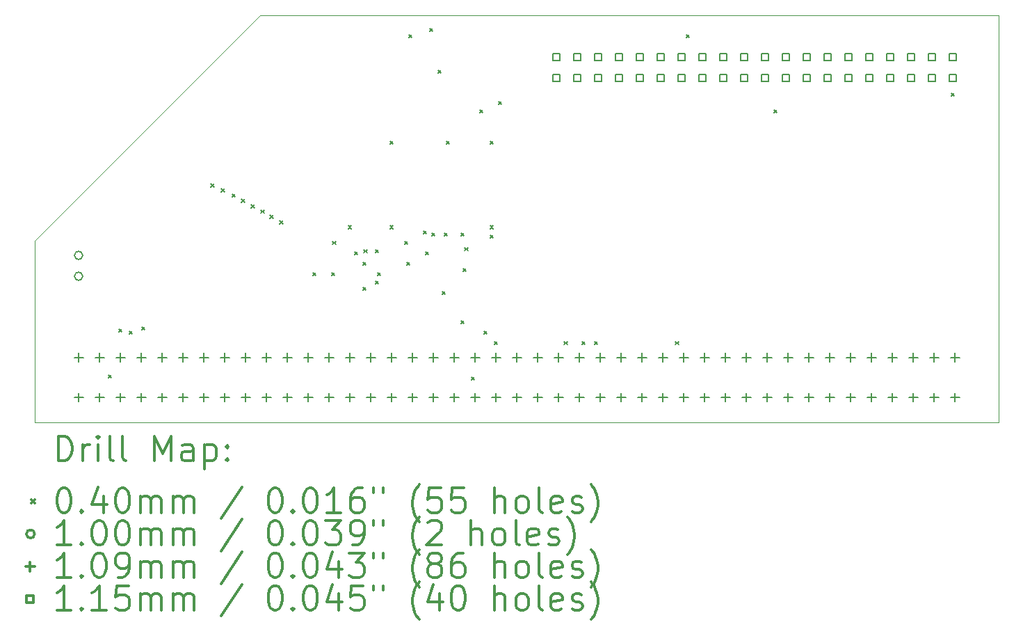
<source format=gbr>
%FSLAX45Y45*%
G04 Gerber Fmt 4.5, Leading zero omitted, Abs format (unit mm)*
G04 Created by KiCad (PCBNEW (5.1.6)-1) date 2022-03-09 09:08:43*
%MOMM*%
%LPD*%
G01*
G04 APERTURE LIST*
%TA.AperFunction,Profile*%
%ADD10C,0.050000*%
%TD*%
%ADD11C,0.200000*%
%ADD12C,0.300000*%
G04 APERTURE END LIST*
D10*
X20624800Y-5689600D02*
X20624800Y-5816600D01*
X11633200Y-5689600D02*
X20624800Y-5689600D01*
X8890000Y-8432800D02*
X11633200Y-5689600D01*
X8890000Y-10642600D02*
X8890000Y-8432800D01*
X20624800Y-10642600D02*
X8890000Y-10642600D01*
X20624800Y-5816600D02*
X20624800Y-10642600D01*
D11*
X9784400Y-10063800D02*
X9824400Y-10103800D01*
X9824400Y-10063800D02*
X9784400Y-10103800D01*
X9911400Y-9505000D02*
X9951400Y-9545000D01*
X9951400Y-9505000D02*
X9911400Y-9545000D01*
X10038400Y-9530400D02*
X10078400Y-9570400D01*
X10078400Y-9530400D02*
X10038400Y-9570400D01*
X10190800Y-9479600D02*
X10230800Y-9519600D01*
X10230800Y-9479600D02*
X10190800Y-9519600D01*
X11034890Y-7740699D02*
X11074890Y-7780699D01*
X11074890Y-7740699D02*
X11034890Y-7780699D01*
X11162249Y-7800915D02*
X11202249Y-7840915D01*
X11202249Y-7800915D02*
X11162249Y-7840915D01*
X11292416Y-7863416D02*
X11332416Y-7903416D01*
X11332416Y-7863416D02*
X11292416Y-7903416D01*
X11408260Y-7928460D02*
X11448260Y-7968460D01*
X11448260Y-7928460D02*
X11408260Y-7968460D01*
X11524104Y-7993504D02*
X11564104Y-8033504D01*
X11564104Y-7993504D02*
X11524104Y-8033504D01*
X11639949Y-8058549D02*
X11679949Y-8098549D01*
X11679949Y-8058549D02*
X11639949Y-8098549D01*
X11755793Y-8123593D02*
X11795793Y-8163593D01*
X11795793Y-8123593D02*
X11755793Y-8163593D01*
X11871637Y-8188637D02*
X11911637Y-8228637D01*
X11911637Y-8188637D02*
X11871637Y-8228637D01*
X12273600Y-8819200D02*
X12313600Y-8859200D01*
X12313600Y-8819200D02*
X12273600Y-8859200D01*
X12502200Y-8819200D02*
X12542200Y-8859200D01*
X12542200Y-8819200D02*
X12502200Y-8859200D01*
X12513900Y-8438200D02*
X12553900Y-8478200D01*
X12553900Y-8438200D02*
X12513900Y-8478200D01*
X12705400Y-8247700D02*
X12745400Y-8287700D01*
X12745400Y-8247700D02*
X12705400Y-8287700D01*
X12781600Y-8565200D02*
X12821600Y-8605200D01*
X12821600Y-8565200D02*
X12781600Y-8605200D01*
X12883200Y-8692200D02*
X12923200Y-8732200D01*
X12923200Y-8692200D02*
X12883200Y-8732200D01*
X12883200Y-8997000D02*
X12923200Y-9037000D01*
X12923200Y-8997000D02*
X12883200Y-9037000D01*
X12896900Y-8539800D02*
X12936900Y-8579800D01*
X12936900Y-8539800D02*
X12896900Y-8579800D01*
X13035600Y-8539800D02*
X13075600Y-8579800D01*
X13075600Y-8539800D02*
X13035600Y-8579800D01*
X13035600Y-8920800D02*
X13075600Y-8960800D01*
X13075600Y-8920800D02*
X13035600Y-8960800D01*
X13061000Y-8819200D02*
X13101000Y-8859200D01*
X13101000Y-8819200D02*
X13061000Y-8859200D01*
X13213400Y-7219000D02*
X13253400Y-7259000D01*
X13253400Y-7219000D02*
X13213400Y-7259000D01*
X13213400Y-8246700D02*
X13253400Y-8286700D01*
X13253400Y-8246700D02*
X13213400Y-8286700D01*
X13391200Y-8438200D02*
X13431200Y-8478200D01*
X13431200Y-8438200D02*
X13391200Y-8478200D01*
X13416600Y-8692200D02*
X13456600Y-8732200D01*
X13456600Y-8692200D02*
X13416600Y-8732200D01*
X13442000Y-5923600D02*
X13482000Y-5963600D01*
X13482000Y-5923600D02*
X13442000Y-5963600D01*
X13619800Y-8311200D02*
X13659800Y-8351200D01*
X13659800Y-8311200D02*
X13619800Y-8351200D01*
X13645200Y-8565200D02*
X13685200Y-8605200D01*
X13685200Y-8565200D02*
X13645200Y-8605200D01*
X13696000Y-5847400D02*
X13736000Y-5887400D01*
X13736000Y-5847400D02*
X13696000Y-5887400D01*
X13721400Y-8336600D02*
X13761400Y-8376600D01*
X13761400Y-8336600D02*
X13721400Y-8376600D01*
X13797600Y-6355400D02*
X13837600Y-6395400D01*
X13837600Y-6355400D02*
X13797600Y-6395400D01*
X13848400Y-9047800D02*
X13888400Y-9087800D01*
X13888400Y-9047800D02*
X13848400Y-9087800D01*
X13873800Y-8336600D02*
X13913800Y-8376600D01*
X13913800Y-8336600D02*
X13873800Y-8376600D01*
X13899200Y-7219000D02*
X13939200Y-7259000D01*
X13939200Y-7219000D02*
X13899200Y-7259000D01*
X14077000Y-8336600D02*
X14117000Y-8376600D01*
X14117000Y-8336600D02*
X14077000Y-8376600D01*
X14077000Y-9403400D02*
X14117000Y-9443400D01*
X14117000Y-9403400D02*
X14077000Y-9443400D01*
X14102400Y-8768400D02*
X14142400Y-8808400D01*
X14142400Y-8768400D02*
X14102400Y-8808400D01*
X14121899Y-8514400D02*
X14161899Y-8554400D01*
X14161899Y-8514400D02*
X14121899Y-8554400D01*
X14204000Y-10089200D02*
X14244000Y-10129200D01*
X14244000Y-10089200D02*
X14204000Y-10129200D01*
X14305600Y-6838000D02*
X14345600Y-6878000D01*
X14345600Y-6838000D02*
X14305600Y-6878000D01*
X14356400Y-9530400D02*
X14396400Y-9570400D01*
X14396400Y-9530400D02*
X14356400Y-9570400D01*
X14432600Y-7219000D02*
X14472600Y-7259000D01*
X14472600Y-7219000D02*
X14432600Y-7259000D01*
X14432600Y-8246700D02*
X14472600Y-8286700D01*
X14472600Y-8246700D02*
X14432600Y-8286700D01*
X14432600Y-8362000D02*
X14472600Y-8402000D01*
X14472600Y-8362000D02*
X14432600Y-8402000D01*
X14483400Y-9657400D02*
X14523400Y-9697400D01*
X14523400Y-9657400D02*
X14483400Y-9697400D01*
X14534200Y-6736400D02*
X14574200Y-6776400D01*
X14574200Y-6736400D02*
X14534200Y-6776400D01*
X15334300Y-9657400D02*
X15374300Y-9697400D01*
X15374300Y-9657400D02*
X15334300Y-9697400D01*
X15550200Y-9657400D02*
X15590200Y-9697400D01*
X15590200Y-9657400D02*
X15550200Y-9697400D01*
X15702600Y-9657400D02*
X15742600Y-9697400D01*
X15742600Y-9657400D02*
X15702600Y-9697400D01*
X16690660Y-9657400D02*
X16730660Y-9697400D01*
X16730660Y-9657400D02*
X16690660Y-9697400D01*
X16820200Y-5923600D02*
X16860200Y-5963600D01*
X16860200Y-5923600D02*
X16820200Y-5963600D01*
X17887000Y-6838000D02*
X17927000Y-6878000D01*
X17927000Y-6838000D02*
X17887000Y-6878000D01*
X20046000Y-6634800D02*
X20086000Y-6674800D01*
X20086000Y-6634800D02*
X20046000Y-6674800D01*
X9473400Y-8610600D02*
G75*
G03*
X9473400Y-8610600I-50000J0D01*
G01*
X9473400Y-8864600D02*
G75*
G03*
X9473400Y-8864600I-50000J0D01*
G01*
X9425500Y-9798880D02*
X9425500Y-9908100D01*
X9370890Y-9853490D02*
X9480110Y-9853490D01*
X9425500Y-10284020D02*
X9425500Y-10393240D01*
X9370890Y-10338630D02*
X9480110Y-10338630D01*
X9679500Y-9798880D02*
X9679500Y-9908100D01*
X9624890Y-9853490D02*
X9734110Y-9853490D01*
X9679500Y-10284020D02*
X9679500Y-10393240D01*
X9624890Y-10338630D02*
X9734110Y-10338630D01*
X9933500Y-9798880D02*
X9933500Y-9908100D01*
X9878890Y-9853490D02*
X9988110Y-9853490D01*
X9933500Y-10284020D02*
X9933500Y-10393240D01*
X9878890Y-10338630D02*
X9988110Y-10338630D01*
X10187500Y-9798880D02*
X10187500Y-9908100D01*
X10132890Y-9853490D02*
X10242110Y-9853490D01*
X10187500Y-10284020D02*
X10187500Y-10393240D01*
X10132890Y-10338630D02*
X10242110Y-10338630D01*
X10441500Y-9798880D02*
X10441500Y-9908100D01*
X10386890Y-9853490D02*
X10496110Y-9853490D01*
X10441500Y-10284020D02*
X10441500Y-10393240D01*
X10386890Y-10338630D02*
X10496110Y-10338630D01*
X10695500Y-9798880D02*
X10695500Y-9908100D01*
X10640890Y-9853490D02*
X10750110Y-9853490D01*
X10695500Y-10284020D02*
X10695500Y-10393240D01*
X10640890Y-10338630D02*
X10750110Y-10338630D01*
X10949500Y-9798880D02*
X10949500Y-9908100D01*
X10894890Y-9853490D02*
X11004110Y-9853490D01*
X10949500Y-10284020D02*
X10949500Y-10393240D01*
X10894890Y-10338630D02*
X11004110Y-10338630D01*
X11203500Y-9798880D02*
X11203500Y-9908100D01*
X11148890Y-9853490D02*
X11258110Y-9853490D01*
X11203500Y-10284020D02*
X11203500Y-10393240D01*
X11148890Y-10338630D02*
X11258110Y-10338630D01*
X11457500Y-9798880D02*
X11457500Y-9908100D01*
X11402890Y-9853490D02*
X11512110Y-9853490D01*
X11457500Y-10284020D02*
X11457500Y-10393240D01*
X11402890Y-10338630D02*
X11512110Y-10338630D01*
X11711500Y-9798880D02*
X11711500Y-9908100D01*
X11656890Y-9853490D02*
X11766110Y-9853490D01*
X11711500Y-10284020D02*
X11711500Y-10393240D01*
X11656890Y-10338630D02*
X11766110Y-10338630D01*
X11965500Y-9798880D02*
X11965500Y-9908100D01*
X11910890Y-9853490D02*
X12020110Y-9853490D01*
X11965500Y-10284020D02*
X11965500Y-10393240D01*
X11910890Y-10338630D02*
X12020110Y-10338630D01*
X12219500Y-9798880D02*
X12219500Y-9908100D01*
X12164890Y-9853490D02*
X12274110Y-9853490D01*
X12219500Y-10284020D02*
X12219500Y-10393240D01*
X12164890Y-10338630D02*
X12274110Y-10338630D01*
X12473500Y-9798880D02*
X12473500Y-9908100D01*
X12418890Y-9853490D02*
X12528110Y-9853490D01*
X12473500Y-10284020D02*
X12473500Y-10393240D01*
X12418890Y-10338630D02*
X12528110Y-10338630D01*
X12727500Y-9798880D02*
X12727500Y-9908100D01*
X12672890Y-9853490D02*
X12782110Y-9853490D01*
X12727500Y-10284020D02*
X12727500Y-10393240D01*
X12672890Y-10338630D02*
X12782110Y-10338630D01*
X12981500Y-9798880D02*
X12981500Y-9908100D01*
X12926890Y-9853490D02*
X13036110Y-9853490D01*
X12981500Y-10284020D02*
X12981500Y-10393240D01*
X12926890Y-10338630D02*
X13036110Y-10338630D01*
X13235500Y-9798880D02*
X13235500Y-9908100D01*
X13180890Y-9853490D02*
X13290110Y-9853490D01*
X13235500Y-10284020D02*
X13235500Y-10393240D01*
X13180890Y-10338630D02*
X13290110Y-10338630D01*
X13489500Y-9798880D02*
X13489500Y-9908100D01*
X13434890Y-9853490D02*
X13544110Y-9853490D01*
X13489500Y-10284020D02*
X13489500Y-10393240D01*
X13434890Y-10338630D02*
X13544110Y-10338630D01*
X13743500Y-9798880D02*
X13743500Y-9908100D01*
X13688890Y-9853490D02*
X13798110Y-9853490D01*
X13743500Y-10284020D02*
X13743500Y-10393240D01*
X13688890Y-10338630D02*
X13798110Y-10338630D01*
X13997500Y-9798880D02*
X13997500Y-9908100D01*
X13942890Y-9853490D02*
X14052110Y-9853490D01*
X13997500Y-10284020D02*
X13997500Y-10393240D01*
X13942890Y-10338630D02*
X14052110Y-10338630D01*
X14251500Y-9798880D02*
X14251500Y-9908100D01*
X14196890Y-9853490D02*
X14306110Y-9853490D01*
X14251500Y-10284020D02*
X14251500Y-10393240D01*
X14196890Y-10338630D02*
X14306110Y-10338630D01*
X14505500Y-9798880D02*
X14505500Y-9908100D01*
X14450890Y-9853490D02*
X14560110Y-9853490D01*
X14505500Y-10284020D02*
X14505500Y-10393240D01*
X14450890Y-10338630D02*
X14560110Y-10338630D01*
X14759500Y-9798880D02*
X14759500Y-9908100D01*
X14704890Y-9853490D02*
X14814110Y-9853490D01*
X14759500Y-10284020D02*
X14759500Y-10393240D01*
X14704890Y-10338630D02*
X14814110Y-10338630D01*
X15013500Y-9798880D02*
X15013500Y-9908100D01*
X14958890Y-9853490D02*
X15068110Y-9853490D01*
X15013500Y-10284020D02*
X15013500Y-10393240D01*
X14958890Y-10338630D02*
X15068110Y-10338630D01*
X15267500Y-9798880D02*
X15267500Y-9908100D01*
X15212890Y-9853490D02*
X15322110Y-9853490D01*
X15267500Y-10284020D02*
X15267500Y-10393240D01*
X15212890Y-10338630D02*
X15322110Y-10338630D01*
X15521500Y-9798880D02*
X15521500Y-9908100D01*
X15466890Y-9853490D02*
X15576110Y-9853490D01*
X15521500Y-10284020D02*
X15521500Y-10393240D01*
X15466890Y-10338630D02*
X15576110Y-10338630D01*
X15775500Y-9798880D02*
X15775500Y-9908100D01*
X15720890Y-9853490D02*
X15830110Y-9853490D01*
X15775500Y-10284020D02*
X15775500Y-10393240D01*
X15720890Y-10338630D02*
X15830110Y-10338630D01*
X16029500Y-9798880D02*
X16029500Y-9908100D01*
X15974890Y-9853490D02*
X16084110Y-9853490D01*
X16029500Y-10284020D02*
X16029500Y-10393240D01*
X15974890Y-10338630D02*
X16084110Y-10338630D01*
X16283500Y-9798880D02*
X16283500Y-9908100D01*
X16228890Y-9853490D02*
X16338110Y-9853490D01*
X16283500Y-10284020D02*
X16283500Y-10393240D01*
X16228890Y-10338630D02*
X16338110Y-10338630D01*
X16537500Y-9798880D02*
X16537500Y-9908100D01*
X16482890Y-9853490D02*
X16592110Y-9853490D01*
X16537500Y-10284020D02*
X16537500Y-10393240D01*
X16482890Y-10338630D02*
X16592110Y-10338630D01*
X16791500Y-9798880D02*
X16791500Y-9908100D01*
X16736890Y-9853490D02*
X16846110Y-9853490D01*
X16791500Y-10284020D02*
X16791500Y-10393240D01*
X16736890Y-10338630D02*
X16846110Y-10338630D01*
X17045500Y-9798880D02*
X17045500Y-9908100D01*
X16990890Y-9853490D02*
X17100110Y-9853490D01*
X17045500Y-10284020D02*
X17045500Y-10393240D01*
X16990890Y-10338630D02*
X17100110Y-10338630D01*
X17299500Y-9798880D02*
X17299500Y-9908100D01*
X17244890Y-9853490D02*
X17354110Y-9853490D01*
X17299500Y-10284020D02*
X17299500Y-10393240D01*
X17244890Y-10338630D02*
X17354110Y-10338630D01*
X17553500Y-9798880D02*
X17553500Y-9908100D01*
X17498890Y-9853490D02*
X17608110Y-9853490D01*
X17553500Y-10284020D02*
X17553500Y-10393240D01*
X17498890Y-10338630D02*
X17608110Y-10338630D01*
X17807500Y-9798880D02*
X17807500Y-9908100D01*
X17752890Y-9853490D02*
X17862110Y-9853490D01*
X17807500Y-10284020D02*
X17807500Y-10393240D01*
X17752890Y-10338630D02*
X17862110Y-10338630D01*
X18061500Y-9798880D02*
X18061500Y-9908100D01*
X18006890Y-9853490D02*
X18116110Y-9853490D01*
X18061500Y-10284020D02*
X18061500Y-10393240D01*
X18006890Y-10338630D02*
X18116110Y-10338630D01*
X18315500Y-9798880D02*
X18315500Y-9908100D01*
X18260890Y-9853490D02*
X18370110Y-9853490D01*
X18315500Y-10284020D02*
X18315500Y-10393240D01*
X18260890Y-10338630D02*
X18370110Y-10338630D01*
X18569500Y-9798880D02*
X18569500Y-9908100D01*
X18514890Y-9853490D02*
X18624110Y-9853490D01*
X18569500Y-10284020D02*
X18569500Y-10393240D01*
X18514890Y-10338630D02*
X18624110Y-10338630D01*
X18823500Y-9798880D02*
X18823500Y-9908100D01*
X18768890Y-9853490D02*
X18878110Y-9853490D01*
X18823500Y-10284020D02*
X18823500Y-10393240D01*
X18768890Y-10338630D02*
X18878110Y-10338630D01*
X19077500Y-9798880D02*
X19077500Y-9908100D01*
X19022890Y-9853490D02*
X19132110Y-9853490D01*
X19077500Y-10284020D02*
X19077500Y-10393240D01*
X19022890Y-10338630D02*
X19132110Y-10338630D01*
X19331500Y-9798880D02*
X19331500Y-9908100D01*
X19276890Y-9853490D02*
X19386110Y-9853490D01*
X19331500Y-10284020D02*
X19331500Y-10393240D01*
X19276890Y-10338630D02*
X19386110Y-10338630D01*
X19585500Y-9798880D02*
X19585500Y-9908100D01*
X19530890Y-9853490D02*
X19640110Y-9853490D01*
X19585500Y-10284020D02*
X19585500Y-10393240D01*
X19530890Y-10338630D02*
X19640110Y-10338630D01*
X19839500Y-9798880D02*
X19839500Y-9908100D01*
X19784890Y-9853490D02*
X19894110Y-9853490D01*
X19839500Y-10284020D02*
X19839500Y-10393240D01*
X19784890Y-10338630D02*
X19894110Y-10338630D01*
X20093500Y-9798880D02*
X20093500Y-9908100D01*
X20038890Y-9853490D02*
X20148110Y-9853490D01*
X20093500Y-10284020D02*
X20093500Y-10393240D01*
X20038890Y-10338630D02*
X20148110Y-10338630D01*
X15280659Y-6238259D02*
X15280659Y-6156941D01*
X15199341Y-6156941D01*
X15199341Y-6238259D01*
X15280659Y-6238259D01*
X15280659Y-6492259D02*
X15280659Y-6410941D01*
X15199341Y-6410941D01*
X15199341Y-6492259D01*
X15280659Y-6492259D01*
X15534659Y-6238259D02*
X15534659Y-6156941D01*
X15453341Y-6156941D01*
X15453341Y-6238259D01*
X15534659Y-6238259D01*
X15534659Y-6492259D02*
X15534659Y-6410941D01*
X15453341Y-6410941D01*
X15453341Y-6492259D01*
X15534659Y-6492259D01*
X15788659Y-6238259D02*
X15788659Y-6156941D01*
X15707341Y-6156941D01*
X15707341Y-6238259D01*
X15788659Y-6238259D01*
X15788659Y-6492259D02*
X15788659Y-6410941D01*
X15707341Y-6410941D01*
X15707341Y-6492259D01*
X15788659Y-6492259D01*
X16042659Y-6238259D02*
X16042659Y-6156941D01*
X15961341Y-6156941D01*
X15961341Y-6238259D01*
X16042659Y-6238259D01*
X16042659Y-6492259D02*
X16042659Y-6410941D01*
X15961341Y-6410941D01*
X15961341Y-6492259D01*
X16042659Y-6492259D01*
X16296659Y-6238259D02*
X16296659Y-6156941D01*
X16215341Y-6156941D01*
X16215341Y-6238259D01*
X16296659Y-6238259D01*
X16296659Y-6492259D02*
X16296659Y-6410941D01*
X16215341Y-6410941D01*
X16215341Y-6492259D01*
X16296659Y-6492259D01*
X16550659Y-6238259D02*
X16550659Y-6156941D01*
X16469341Y-6156941D01*
X16469341Y-6238259D01*
X16550659Y-6238259D01*
X16550659Y-6492259D02*
X16550659Y-6410941D01*
X16469341Y-6410941D01*
X16469341Y-6492259D01*
X16550659Y-6492259D01*
X16804659Y-6238259D02*
X16804659Y-6156941D01*
X16723341Y-6156941D01*
X16723341Y-6238259D01*
X16804659Y-6238259D01*
X16804659Y-6492259D02*
X16804659Y-6410941D01*
X16723341Y-6410941D01*
X16723341Y-6492259D01*
X16804659Y-6492259D01*
X17058659Y-6238259D02*
X17058659Y-6156941D01*
X16977341Y-6156941D01*
X16977341Y-6238259D01*
X17058659Y-6238259D01*
X17058659Y-6492259D02*
X17058659Y-6410941D01*
X16977341Y-6410941D01*
X16977341Y-6492259D01*
X17058659Y-6492259D01*
X17312659Y-6238259D02*
X17312659Y-6156941D01*
X17231341Y-6156941D01*
X17231341Y-6238259D01*
X17312659Y-6238259D01*
X17312659Y-6492259D02*
X17312659Y-6410941D01*
X17231341Y-6410941D01*
X17231341Y-6492259D01*
X17312659Y-6492259D01*
X17566659Y-6238259D02*
X17566659Y-6156941D01*
X17485341Y-6156941D01*
X17485341Y-6238259D01*
X17566659Y-6238259D01*
X17566659Y-6492259D02*
X17566659Y-6410941D01*
X17485341Y-6410941D01*
X17485341Y-6492259D01*
X17566659Y-6492259D01*
X17820659Y-6238259D02*
X17820659Y-6156941D01*
X17739341Y-6156941D01*
X17739341Y-6238259D01*
X17820659Y-6238259D01*
X17820659Y-6492259D02*
X17820659Y-6410941D01*
X17739341Y-6410941D01*
X17739341Y-6492259D01*
X17820659Y-6492259D01*
X18074659Y-6238259D02*
X18074659Y-6156941D01*
X17993341Y-6156941D01*
X17993341Y-6238259D01*
X18074659Y-6238259D01*
X18074659Y-6492259D02*
X18074659Y-6410941D01*
X17993341Y-6410941D01*
X17993341Y-6492259D01*
X18074659Y-6492259D01*
X18328659Y-6238259D02*
X18328659Y-6156941D01*
X18247341Y-6156941D01*
X18247341Y-6238259D01*
X18328659Y-6238259D01*
X18328659Y-6492259D02*
X18328659Y-6410941D01*
X18247341Y-6410941D01*
X18247341Y-6492259D01*
X18328659Y-6492259D01*
X18582659Y-6238259D02*
X18582659Y-6156941D01*
X18501341Y-6156941D01*
X18501341Y-6238259D01*
X18582659Y-6238259D01*
X18582659Y-6492259D02*
X18582659Y-6410941D01*
X18501341Y-6410941D01*
X18501341Y-6492259D01*
X18582659Y-6492259D01*
X18836659Y-6238259D02*
X18836659Y-6156941D01*
X18755341Y-6156941D01*
X18755341Y-6238259D01*
X18836659Y-6238259D01*
X18836659Y-6492259D02*
X18836659Y-6410941D01*
X18755341Y-6410941D01*
X18755341Y-6492259D01*
X18836659Y-6492259D01*
X19090659Y-6238259D02*
X19090659Y-6156941D01*
X19009341Y-6156941D01*
X19009341Y-6238259D01*
X19090659Y-6238259D01*
X19090659Y-6492259D02*
X19090659Y-6410941D01*
X19009341Y-6410941D01*
X19009341Y-6492259D01*
X19090659Y-6492259D01*
X19344659Y-6238259D02*
X19344659Y-6156941D01*
X19263341Y-6156941D01*
X19263341Y-6238259D01*
X19344659Y-6238259D01*
X19344659Y-6492259D02*
X19344659Y-6410941D01*
X19263341Y-6410941D01*
X19263341Y-6492259D01*
X19344659Y-6492259D01*
X19598659Y-6238259D02*
X19598659Y-6156941D01*
X19517341Y-6156941D01*
X19517341Y-6238259D01*
X19598659Y-6238259D01*
X19598659Y-6492259D02*
X19598659Y-6410941D01*
X19517341Y-6410941D01*
X19517341Y-6492259D01*
X19598659Y-6492259D01*
X19852659Y-6238259D02*
X19852659Y-6156941D01*
X19771341Y-6156941D01*
X19771341Y-6238259D01*
X19852659Y-6238259D01*
X19852659Y-6492259D02*
X19852659Y-6410941D01*
X19771341Y-6410941D01*
X19771341Y-6492259D01*
X19852659Y-6492259D01*
X20106659Y-6238259D02*
X20106659Y-6156941D01*
X20025341Y-6156941D01*
X20025341Y-6238259D01*
X20106659Y-6238259D01*
X20106659Y-6492259D02*
X20106659Y-6410941D01*
X20025341Y-6410941D01*
X20025341Y-6492259D01*
X20106659Y-6492259D01*
D12*
X9173928Y-11110814D02*
X9173928Y-10810814D01*
X9245357Y-10810814D01*
X9288214Y-10825100D01*
X9316786Y-10853672D01*
X9331071Y-10882243D01*
X9345357Y-10939386D01*
X9345357Y-10982243D01*
X9331071Y-11039386D01*
X9316786Y-11067957D01*
X9288214Y-11096529D01*
X9245357Y-11110814D01*
X9173928Y-11110814D01*
X9473928Y-11110814D02*
X9473928Y-10910814D01*
X9473928Y-10967957D02*
X9488214Y-10939386D01*
X9502500Y-10925100D01*
X9531071Y-10910814D01*
X9559643Y-10910814D01*
X9659643Y-11110814D02*
X9659643Y-10910814D01*
X9659643Y-10810814D02*
X9645357Y-10825100D01*
X9659643Y-10839386D01*
X9673928Y-10825100D01*
X9659643Y-10810814D01*
X9659643Y-10839386D01*
X9845357Y-11110814D02*
X9816786Y-11096529D01*
X9802500Y-11067957D01*
X9802500Y-10810814D01*
X10002500Y-11110814D02*
X9973928Y-11096529D01*
X9959643Y-11067957D01*
X9959643Y-10810814D01*
X10345357Y-11110814D02*
X10345357Y-10810814D01*
X10445357Y-11025100D01*
X10545357Y-10810814D01*
X10545357Y-11110814D01*
X10816786Y-11110814D02*
X10816786Y-10953672D01*
X10802500Y-10925100D01*
X10773928Y-10910814D01*
X10716786Y-10910814D01*
X10688214Y-10925100D01*
X10816786Y-11096529D02*
X10788214Y-11110814D01*
X10716786Y-11110814D01*
X10688214Y-11096529D01*
X10673928Y-11067957D01*
X10673928Y-11039386D01*
X10688214Y-11010814D01*
X10716786Y-10996529D01*
X10788214Y-10996529D01*
X10816786Y-10982243D01*
X10959643Y-10910814D02*
X10959643Y-11210814D01*
X10959643Y-10925100D02*
X10988214Y-10910814D01*
X11045357Y-10910814D01*
X11073928Y-10925100D01*
X11088214Y-10939386D01*
X11102500Y-10967957D01*
X11102500Y-11053672D01*
X11088214Y-11082243D01*
X11073928Y-11096529D01*
X11045357Y-11110814D01*
X10988214Y-11110814D01*
X10959643Y-11096529D01*
X11231071Y-11082243D02*
X11245357Y-11096529D01*
X11231071Y-11110814D01*
X11216786Y-11096529D01*
X11231071Y-11082243D01*
X11231071Y-11110814D01*
X11231071Y-10925100D02*
X11245357Y-10939386D01*
X11231071Y-10953672D01*
X11216786Y-10939386D01*
X11231071Y-10925100D01*
X11231071Y-10953672D01*
X8847500Y-11585100D02*
X8887500Y-11625100D01*
X8887500Y-11585100D02*
X8847500Y-11625100D01*
X9231071Y-11440814D02*
X9259643Y-11440814D01*
X9288214Y-11455100D01*
X9302500Y-11469386D01*
X9316786Y-11497957D01*
X9331071Y-11555100D01*
X9331071Y-11626529D01*
X9316786Y-11683671D01*
X9302500Y-11712243D01*
X9288214Y-11726529D01*
X9259643Y-11740814D01*
X9231071Y-11740814D01*
X9202500Y-11726529D01*
X9188214Y-11712243D01*
X9173928Y-11683671D01*
X9159643Y-11626529D01*
X9159643Y-11555100D01*
X9173928Y-11497957D01*
X9188214Y-11469386D01*
X9202500Y-11455100D01*
X9231071Y-11440814D01*
X9459643Y-11712243D02*
X9473928Y-11726529D01*
X9459643Y-11740814D01*
X9445357Y-11726529D01*
X9459643Y-11712243D01*
X9459643Y-11740814D01*
X9731071Y-11540814D02*
X9731071Y-11740814D01*
X9659643Y-11426529D02*
X9588214Y-11640814D01*
X9773928Y-11640814D01*
X9945357Y-11440814D02*
X9973928Y-11440814D01*
X10002500Y-11455100D01*
X10016786Y-11469386D01*
X10031071Y-11497957D01*
X10045357Y-11555100D01*
X10045357Y-11626529D01*
X10031071Y-11683671D01*
X10016786Y-11712243D01*
X10002500Y-11726529D01*
X9973928Y-11740814D01*
X9945357Y-11740814D01*
X9916786Y-11726529D01*
X9902500Y-11712243D01*
X9888214Y-11683671D01*
X9873928Y-11626529D01*
X9873928Y-11555100D01*
X9888214Y-11497957D01*
X9902500Y-11469386D01*
X9916786Y-11455100D01*
X9945357Y-11440814D01*
X10173928Y-11740814D02*
X10173928Y-11540814D01*
X10173928Y-11569386D02*
X10188214Y-11555100D01*
X10216786Y-11540814D01*
X10259643Y-11540814D01*
X10288214Y-11555100D01*
X10302500Y-11583671D01*
X10302500Y-11740814D01*
X10302500Y-11583671D02*
X10316786Y-11555100D01*
X10345357Y-11540814D01*
X10388214Y-11540814D01*
X10416786Y-11555100D01*
X10431071Y-11583671D01*
X10431071Y-11740814D01*
X10573928Y-11740814D02*
X10573928Y-11540814D01*
X10573928Y-11569386D02*
X10588214Y-11555100D01*
X10616786Y-11540814D01*
X10659643Y-11540814D01*
X10688214Y-11555100D01*
X10702500Y-11583671D01*
X10702500Y-11740814D01*
X10702500Y-11583671D02*
X10716786Y-11555100D01*
X10745357Y-11540814D01*
X10788214Y-11540814D01*
X10816786Y-11555100D01*
X10831071Y-11583671D01*
X10831071Y-11740814D01*
X11416786Y-11426529D02*
X11159643Y-11812243D01*
X11802500Y-11440814D02*
X11831071Y-11440814D01*
X11859643Y-11455100D01*
X11873928Y-11469386D01*
X11888214Y-11497957D01*
X11902500Y-11555100D01*
X11902500Y-11626529D01*
X11888214Y-11683671D01*
X11873928Y-11712243D01*
X11859643Y-11726529D01*
X11831071Y-11740814D01*
X11802500Y-11740814D01*
X11773928Y-11726529D01*
X11759643Y-11712243D01*
X11745357Y-11683671D01*
X11731071Y-11626529D01*
X11731071Y-11555100D01*
X11745357Y-11497957D01*
X11759643Y-11469386D01*
X11773928Y-11455100D01*
X11802500Y-11440814D01*
X12031071Y-11712243D02*
X12045357Y-11726529D01*
X12031071Y-11740814D01*
X12016786Y-11726529D01*
X12031071Y-11712243D01*
X12031071Y-11740814D01*
X12231071Y-11440814D02*
X12259643Y-11440814D01*
X12288214Y-11455100D01*
X12302500Y-11469386D01*
X12316786Y-11497957D01*
X12331071Y-11555100D01*
X12331071Y-11626529D01*
X12316786Y-11683671D01*
X12302500Y-11712243D01*
X12288214Y-11726529D01*
X12259643Y-11740814D01*
X12231071Y-11740814D01*
X12202500Y-11726529D01*
X12188214Y-11712243D01*
X12173928Y-11683671D01*
X12159643Y-11626529D01*
X12159643Y-11555100D01*
X12173928Y-11497957D01*
X12188214Y-11469386D01*
X12202500Y-11455100D01*
X12231071Y-11440814D01*
X12616786Y-11740814D02*
X12445357Y-11740814D01*
X12531071Y-11740814D02*
X12531071Y-11440814D01*
X12502500Y-11483671D01*
X12473928Y-11512243D01*
X12445357Y-11526529D01*
X12873928Y-11440814D02*
X12816786Y-11440814D01*
X12788214Y-11455100D01*
X12773928Y-11469386D01*
X12745357Y-11512243D01*
X12731071Y-11569386D01*
X12731071Y-11683671D01*
X12745357Y-11712243D01*
X12759643Y-11726529D01*
X12788214Y-11740814D01*
X12845357Y-11740814D01*
X12873928Y-11726529D01*
X12888214Y-11712243D01*
X12902500Y-11683671D01*
X12902500Y-11612243D01*
X12888214Y-11583671D01*
X12873928Y-11569386D01*
X12845357Y-11555100D01*
X12788214Y-11555100D01*
X12759643Y-11569386D01*
X12745357Y-11583671D01*
X12731071Y-11612243D01*
X13016786Y-11440814D02*
X13016786Y-11497957D01*
X13131071Y-11440814D02*
X13131071Y-11497957D01*
X13573928Y-11855100D02*
X13559643Y-11840814D01*
X13531071Y-11797957D01*
X13516786Y-11769386D01*
X13502500Y-11726529D01*
X13488214Y-11655100D01*
X13488214Y-11597957D01*
X13502500Y-11526529D01*
X13516786Y-11483671D01*
X13531071Y-11455100D01*
X13559643Y-11412243D01*
X13573928Y-11397957D01*
X13831071Y-11440814D02*
X13688214Y-11440814D01*
X13673928Y-11583671D01*
X13688214Y-11569386D01*
X13716786Y-11555100D01*
X13788214Y-11555100D01*
X13816786Y-11569386D01*
X13831071Y-11583671D01*
X13845357Y-11612243D01*
X13845357Y-11683671D01*
X13831071Y-11712243D01*
X13816786Y-11726529D01*
X13788214Y-11740814D01*
X13716786Y-11740814D01*
X13688214Y-11726529D01*
X13673928Y-11712243D01*
X14116786Y-11440814D02*
X13973928Y-11440814D01*
X13959643Y-11583671D01*
X13973928Y-11569386D01*
X14002500Y-11555100D01*
X14073928Y-11555100D01*
X14102500Y-11569386D01*
X14116786Y-11583671D01*
X14131071Y-11612243D01*
X14131071Y-11683671D01*
X14116786Y-11712243D01*
X14102500Y-11726529D01*
X14073928Y-11740814D01*
X14002500Y-11740814D01*
X13973928Y-11726529D01*
X13959643Y-11712243D01*
X14488214Y-11740814D02*
X14488214Y-11440814D01*
X14616786Y-11740814D02*
X14616786Y-11583671D01*
X14602500Y-11555100D01*
X14573928Y-11540814D01*
X14531071Y-11540814D01*
X14502500Y-11555100D01*
X14488214Y-11569386D01*
X14802500Y-11740814D02*
X14773928Y-11726529D01*
X14759643Y-11712243D01*
X14745357Y-11683671D01*
X14745357Y-11597957D01*
X14759643Y-11569386D01*
X14773928Y-11555100D01*
X14802500Y-11540814D01*
X14845357Y-11540814D01*
X14873928Y-11555100D01*
X14888214Y-11569386D01*
X14902500Y-11597957D01*
X14902500Y-11683671D01*
X14888214Y-11712243D01*
X14873928Y-11726529D01*
X14845357Y-11740814D01*
X14802500Y-11740814D01*
X15073928Y-11740814D02*
X15045357Y-11726529D01*
X15031071Y-11697957D01*
X15031071Y-11440814D01*
X15302500Y-11726529D02*
X15273928Y-11740814D01*
X15216786Y-11740814D01*
X15188214Y-11726529D01*
X15173928Y-11697957D01*
X15173928Y-11583671D01*
X15188214Y-11555100D01*
X15216786Y-11540814D01*
X15273928Y-11540814D01*
X15302500Y-11555100D01*
X15316786Y-11583671D01*
X15316786Y-11612243D01*
X15173928Y-11640814D01*
X15431071Y-11726529D02*
X15459643Y-11740814D01*
X15516786Y-11740814D01*
X15545357Y-11726529D01*
X15559643Y-11697957D01*
X15559643Y-11683671D01*
X15545357Y-11655100D01*
X15516786Y-11640814D01*
X15473928Y-11640814D01*
X15445357Y-11626529D01*
X15431071Y-11597957D01*
X15431071Y-11583671D01*
X15445357Y-11555100D01*
X15473928Y-11540814D01*
X15516786Y-11540814D01*
X15545357Y-11555100D01*
X15659643Y-11855100D02*
X15673928Y-11840814D01*
X15702500Y-11797957D01*
X15716786Y-11769386D01*
X15731071Y-11726529D01*
X15745357Y-11655100D01*
X15745357Y-11597957D01*
X15731071Y-11526529D01*
X15716786Y-11483671D01*
X15702500Y-11455100D01*
X15673928Y-11412243D01*
X15659643Y-11397957D01*
X8887500Y-12001100D02*
G75*
G03*
X8887500Y-12001100I-50000J0D01*
G01*
X9331071Y-12136814D02*
X9159643Y-12136814D01*
X9245357Y-12136814D02*
X9245357Y-11836814D01*
X9216786Y-11879671D01*
X9188214Y-11908243D01*
X9159643Y-11922529D01*
X9459643Y-12108243D02*
X9473928Y-12122529D01*
X9459643Y-12136814D01*
X9445357Y-12122529D01*
X9459643Y-12108243D01*
X9459643Y-12136814D01*
X9659643Y-11836814D02*
X9688214Y-11836814D01*
X9716786Y-11851100D01*
X9731071Y-11865386D01*
X9745357Y-11893957D01*
X9759643Y-11951100D01*
X9759643Y-12022529D01*
X9745357Y-12079671D01*
X9731071Y-12108243D01*
X9716786Y-12122529D01*
X9688214Y-12136814D01*
X9659643Y-12136814D01*
X9631071Y-12122529D01*
X9616786Y-12108243D01*
X9602500Y-12079671D01*
X9588214Y-12022529D01*
X9588214Y-11951100D01*
X9602500Y-11893957D01*
X9616786Y-11865386D01*
X9631071Y-11851100D01*
X9659643Y-11836814D01*
X9945357Y-11836814D02*
X9973928Y-11836814D01*
X10002500Y-11851100D01*
X10016786Y-11865386D01*
X10031071Y-11893957D01*
X10045357Y-11951100D01*
X10045357Y-12022529D01*
X10031071Y-12079671D01*
X10016786Y-12108243D01*
X10002500Y-12122529D01*
X9973928Y-12136814D01*
X9945357Y-12136814D01*
X9916786Y-12122529D01*
X9902500Y-12108243D01*
X9888214Y-12079671D01*
X9873928Y-12022529D01*
X9873928Y-11951100D01*
X9888214Y-11893957D01*
X9902500Y-11865386D01*
X9916786Y-11851100D01*
X9945357Y-11836814D01*
X10173928Y-12136814D02*
X10173928Y-11936814D01*
X10173928Y-11965386D02*
X10188214Y-11951100D01*
X10216786Y-11936814D01*
X10259643Y-11936814D01*
X10288214Y-11951100D01*
X10302500Y-11979671D01*
X10302500Y-12136814D01*
X10302500Y-11979671D02*
X10316786Y-11951100D01*
X10345357Y-11936814D01*
X10388214Y-11936814D01*
X10416786Y-11951100D01*
X10431071Y-11979671D01*
X10431071Y-12136814D01*
X10573928Y-12136814D02*
X10573928Y-11936814D01*
X10573928Y-11965386D02*
X10588214Y-11951100D01*
X10616786Y-11936814D01*
X10659643Y-11936814D01*
X10688214Y-11951100D01*
X10702500Y-11979671D01*
X10702500Y-12136814D01*
X10702500Y-11979671D02*
X10716786Y-11951100D01*
X10745357Y-11936814D01*
X10788214Y-11936814D01*
X10816786Y-11951100D01*
X10831071Y-11979671D01*
X10831071Y-12136814D01*
X11416786Y-11822529D02*
X11159643Y-12208243D01*
X11802500Y-11836814D02*
X11831071Y-11836814D01*
X11859643Y-11851100D01*
X11873928Y-11865386D01*
X11888214Y-11893957D01*
X11902500Y-11951100D01*
X11902500Y-12022529D01*
X11888214Y-12079671D01*
X11873928Y-12108243D01*
X11859643Y-12122529D01*
X11831071Y-12136814D01*
X11802500Y-12136814D01*
X11773928Y-12122529D01*
X11759643Y-12108243D01*
X11745357Y-12079671D01*
X11731071Y-12022529D01*
X11731071Y-11951100D01*
X11745357Y-11893957D01*
X11759643Y-11865386D01*
X11773928Y-11851100D01*
X11802500Y-11836814D01*
X12031071Y-12108243D02*
X12045357Y-12122529D01*
X12031071Y-12136814D01*
X12016786Y-12122529D01*
X12031071Y-12108243D01*
X12031071Y-12136814D01*
X12231071Y-11836814D02*
X12259643Y-11836814D01*
X12288214Y-11851100D01*
X12302500Y-11865386D01*
X12316786Y-11893957D01*
X12331071Y-11951100D01*
X12331071Y-12022529D01*
X12316786Y-12079671D01*
X12302500Y-12108243D01*
X12288214Y-12122529D01*
X12259643Y-12136814D01*
X12231071Y-12136814D01*
X12202500Y-12122529D01*
X12188214Y-12108243D01*
X12173928Y-12079671D01*
X12159643Y-12022529D01*
X12159643Y-11951100D01*
X12173928Y-11893957D01*
X12188214Y-11865386D01*
X12202500Y-11851100D01*
X12231071Y-11836814D01*
X12431071Y-11836814D02*
X12616786Y-11836814D01*
X12516786Y-11951100D01*
X12559643Y-11951100D01*
X12588214Y-11965386D01*
X12602500Y-11979671D01*
X12616786Y-12008243D01*
X12616786Y-12079671D01*
X12602500Y-12108243D01*
X12588214Y-12122529D01*
X12559643Y-12136814D01*
X12473928Y-12136814D01*
X12445357Y-12122529D01*
X12431071Y-12108243D01*
X12759643Y-12136814D02*
X12816786Y-12136814D01*
X12845357Y-12122529D01*
X12859643Y-12108243D01*
X12888214Y-12065386D01*
X12902500Y-12008243D01*
X12902500Y-11893957D01*
X12888214Y-11865386D01*
X12873928Y-11851100D01*
X12845357Y-11836814D01*
X12788214Y-11836814D01*
X12759643Y-11851100D01*
X12745357Y-11865386D01*
X12731071Y-11893957D01*
X12731071Y-11965386D01*
X12745357Y-11993957D01*
X12759643Y-12008243D01*
X12788214Y-12022529D01*
X12845357Y-12022529D01*
X12873928Y-12008243D01*
X12888214Y-11993957D01*
X12902500Y-11965386D01*
X13016786Y-11836814D02*
X13016786Y-11893957D01*
X13131071Y-11836814D02*
X13131071Y-11893957D01*
X13573928Y-12251100D02*
X13559643Y-12236814D01*
X13531071Y-12193957D01*
X13516786Y-12165386D01*
X13502500Y-12122529D01*
X13488214Y-12051100D01*
X13488214Y-11993957D01*
X13502500Y-11922529D01*
X13516786Y-11879671D01*
X13531071Y-11851100D01*
X13559643Y-11808243D01*
X13573928Y-11793957D01*
X13673928Y-11865386D02*
X13688214Y-11851100D01*
X13716786Y-11836814D01*
X13788214Y-11836814D01*
X13816786Y-11851100D01*
X13831071Y-11865386D01*
X13845357Y-11893957D01*
X13845357Y-11922529D01*
X13831071Y-11965386D01*
X13659643Y-12136814D01*
X13845357Y-12136814D01*
X14202500Y-12136814D02*
X14202500Y-11836814D01*
X14331071Y-12136814D02*
X14331071Y-11979671D01*
X14316786Y-11951100D01*
X14288214Y-11936814D01*
X14245357Y-11936814D01*
X14216786Y-11951100D01*
X14202500Y-11965386D01*
X14516786Y-12136814D02*
X14488214Y-12122529D01*
X14473928Y-12108243D01*
X14459643Y-12079671D01*
X14459643Y-11993957D01*
X14473928Y-11965386D01*
X14488214Y-11951100D01*
X14516786Y-11936814D01*
X14559643Y-11936814D01*
X14588214Y-11951100D01*
X14602500Y-11965386D01*
X14616786Y-11993957D01*
X14616786Y-12079671D01*
X14602500Y-12108243D01*
X14588214Y-12122529D01*
X14559643Y-12136814D01*
X14516786Y-12136814D01*
X14788214Y-12136814D02*
X14759643Y-12122529D01*
X14745357Y-12093957D01*
X14745357Y-11836814D01*
X15016786Y-12122529D02*
X14988214Y-12136814D01*
X14931071Y-12136814D01*
X14902500Y-12122529D01*
X14888214Y-12093957D01*
X14888214Y-11979671D01*
X14902500Y-11951100D01*
X14931071Y-11936814D01*
X14988214Y-11936814D01*
X15016786Y-11951100D01*
X15031071Y-11979671D01*
X15031071Y-12008243D01*
X14888214Y-12036814D01*
X15145357Y-12122529D02*
X15173928Y-12136814D01*
X15231071Y-12136814D01*
X15259643Y-12122529D01*
X15273928Y-12093957D01*
X15273928Y-12079671D01*
X15259643Y-12051100D01*
X15231071Y-12036814D01*
X15188214Y-12036814D01*
X15159643Y-12022529D01*
X15145357Y-11993957D01*
X15145357Y-11979671D01*
X15159643Y-11951100D01*
X15188214Y-11936814D01*
X15231071Y-11936814D01*
X15259643Y-11951100D01*
X15373928Y-12251100D02*
X15388214Y-12236814D01*
X15416786Y-12193957D01*
X15431071Y-12165386D01*
X15445357Y-12122529D01*
X15459643Y-12051100D01*
X15459643Y-11993957D01*
X15445357Y-11922529D01*
X15431071Y-11879671D01*
X15416786Y-11851100D01*
X15388214Y-11808243D01*
X15373928Y-11793957D01*
X8832890Y-12342490D02*
X8832890Y-12451710D01*
X8778280Y-12397100D02*
X8887500Y-12397100D01*
X9331071Y-12532814D02*
X9159643Y-12532814D01*
X9245357Y-12532814D02*
X9245357Y-12232814D01*
X9216786Y-12275671D01*
X9188214Y-12304243D01*
X9159643Y-12318529D01*
X9459643Y-12504243D02*
X9473928Y-12518529D01*
X9459643Y-12532814D01*
X9445357Y-12518529D01*
X9459643Y-12504243D01*
X9459643Y-12532814D01*
X9659643Y-12232814D02*
X9688214Y-12232814D01*
X9716786Y-12247100D01*
X9731071Y-12261386D01*
X9745357Y-12289957D01*
X9759643Y-12347100D01*
X9759643Y-12418529D01*
X9745357Y-12475671D01*
X9731071Y-12504243D01*
X9716786Y-12518529D01*
X9688214Y-12532814D01*
X9659643Y-12532814D01*
X9631071Y-12518529D01*
X9616786Y-12504243D01*
X9602500Y-12475671D01*
X9588214Y-12418529D01*
X9588214Y-12347100D01*
X9602500Y-12289957D01*
X9616786Y-12261386D01*
X9631071Y-12247100D01*
X9659643Y-12232814D01*
X9902500Y-12532814D02*
X9959643Y-12532814D01*
X9988214Y-12518529D01*
X10002500Y-12504243D01*
X10031071Y-12461386D01*
X10045357Y-12404243D01*
X10045357Y-12289957D01*
X10031071Y-12261386D01*
X10016786Y-12247100D01*
X9988214Y-12232814D01*
X9931071Y-12232814D01*
X9902500Y-12247100D01*
X9888214Y-12261386D01*
X9873928Y-12289957D01*
X9873928Y-12361386D01*
X9888214Y-12389957D01*
X9902500Y-12404243D01*
X9931071Y-12418529D01*
X9988214Y-12418529D01*
X10016786Y-12404243D01*
X10031071Y-12389957D01*
X10045357Y-12361386D01*
X10173928Y-12532814D02*
X10173928Y-12332814D01*
X10173928Y-12361386D02*
X10188214Y-12347100D01*
X10216786Y-12332814D01*
X10259643Y-12332814D01*
X10288214Y-12347100D01*
X10302500Y-12375671D01*
X10302500Y-12532814D01*
X10302500Y-12375671D02*
X10316786Y-12347100D01*
X10345357Y-12332814D01*
X10388214Y-12332814D01*
X10416786Y-12347100D01*
X10431071Y-12375671D01*
X10431071Y-12532814D01*
X10573928Y-12532814D02*
X10573928Y-12332814D01*
X10573928Y-12361386D02*
X10588214Y-12347100D01*
X10616786Y-12332814D01*
X10659643Y-12332814D01*
X10688214Y-12347100D01*
X10702500Y-12375671D01*
X10702500Y-12532814D01*
X10702500Y-12375671D02*
X10716786Y-12347100D01*
X10745357Y-12332814D01*
X10788214Y-12332814D01*
X10816786Y-12347100D01*
X10831071Y-12375671D01*
X10831071Y-12532814D01*
X11416786Y-12218529D02*
X11159643Y-12604243D01*
X11802500Y-12232814D02*
X11831071Y-12232814D01*
X11859643Y-12247100D01*
X11873928Y-12261386D01*
X11888214Y-12289957D01*
X11902500Y-12347100D01*
X11902500Y-12418529D01*
X11888214Y-12475671D01*
X11873928Y-12504243D01*
X11859643Y-12518529D01*
X11831071Y-12532814D01*
X11802500Y-12532814D01*
X11773928Y-12518529D01*
X11759643Y-12504243D01*
X11745357Y-12475671D01*
X11731071Y-12418529D01*
X11731071Y-12347100D01*
X11745357Y-12289957D01*
X11759643Y-12261386D01*
X11773928Y-12247100D01*
X11802500Y-12232814D01*
X12031071Y-12504243D02*
X12045357Y-12518529D01*
X12031071Y-12532814D01*
X12016786Y-12518529D01*
X12031071Y-12504243D01*
X12031071Y-12532814D01*
X12231071Y-12232814D02*
X12259643Y-12232814D01*
X12288214Y-12247100D01*
X12302500Y-12261386D01*
X12316786Y-12289957D01*
X12331071Y-12347100D01*
X12331071Y-12418529D01*
X12316786Y-12475671D01*
X12302500Y-12504243D01*
X12288214Y-12518529D01*
X12259643Y-12532814D01*
X12231071Y-12532814D01*
X12202500Y-12518529D01*
X12188214Y-12504243D01*
X12173928Y-12475671D01*
X12159643Y-12418529D01*
X12159643Y-12347100D01*
X12173928Y-12289957D01*
X12188214Y-12261386D01*
X12202500Y-12247100D01*
X12231071Y-12232814D01*
X12588214Y-12332814D02*
X12588214Y-12532814D01*
X12516786Y-12218529D02*
X12445357Y-12432814D01*
X12631071Y-12432814D01*
X12716786Y-12232814D02*
X12902500Y-12232814D01*
X12802500Y-12347100D01*
X12845357Y-12347100D01*
X12873928Y-12361386D01*
X12888214Y-12375671D01*
X12902500Y-12404243D01*
X12902500Y-12475671D01*
X12888214Y-12504243D01*
X12873928Y-12518529D01*
X12845357Y-12532814D01*
X12759643Y-12532814D01*
X12731071Y-12518529D01*
X12716786Y-12504243D01*
X13016786Y-12232814D02*
X13016786Y-12289957D01*
X13131071Y-12232814D02*
X13131071Y-12289957D01*
X13573928Y-12647100D02*
X13559643Y-12632814D01*
X13531071Y-12589957D01*
X13516786Y-12561386D01*
X13502500Y-12518529D01*
X13488214Y-12447100D01*
X13488214Y-12389957D01*
X13502500Y-12318529D01*
X13516786Y-12275671D01*
X13531071Y-12247100D01*
X13559643Y-12204243D01*
X13573928Y-12189957D01*
X13731071Y-12361386D02*
X13702500Y-12347100D01*
X13688214Y-12332814D01*
X13673928Y-12304243D01*
X13673928Y-12289957D01*
X13688214Y-12261386D01*
X13702500Y-12247100D01*
X13731071Y-12232814D01*
X13788214Y-12232814D01*
X13816786Y-12247100D01*
X13831071Y-12261386D01*
X13845357Y-12289957D01*
X13845357Y-12304243D01*
X13831071Y-12332814D01*
X13816786Y-12347100D01*
X13788214Y-12361386D01*
X13731071Y-12361386D01*
X13702500Y-12375671D01*
X13688214Y-12389957D01*
X13673928Y-12418529D01*
X13673928Y-12475671D01*
X13688214Y-12504243D01*
X13702500Y-12518529D01*
X13731071Y-12532814D01*
X13788214Y-12532814D01*
X13816786Y-12518529D01*
X13831071Y-12504243D01*
X13845357Y-12475671D01*
X13845357Y-12418529D01*
X13831071Y-12389957D01*
X13816786Y-12375671D01*
X13788214Y-12361386D01*
X14102500Y-12232814D02*
X14045357Y-12232814D01*
X14016786Y-12247100D01*
X14002500Y-12261386D01*
X13973928Y-12304243D01*
X13959643Y-12361386D01*
X13959643Y-12475671D01*
X13973928Y-12504243D01*
X13988214Y-12518529D01*
X14016786Y-12532814D01*
X14073928Y-12532814D01*
X14102500Y-12518529D01*
X14116786Y-12504243D01*
X14131071Y-12475671D01*
X14131071Y-12404243D01*
X14116786Y-12375671D01*
X14102500Y-12361386D01*
X14073928Y-12347100D01*
X14016786Y-12347100D01*
X13988214Y-12361386D01*
X13973928Y-12375671D01*
X13959643Y-12404243D01*
X14488214Y-12532814D02*
X14488214Y-12232814D01*
X14616786Y-12532814D02*
X14616786Y-12375671D01*
X14602500Y-12347100D01*
X14573928Y-12332814D01*
X14531071Y-12332814D01*
X14502500Y-12347100D01*
X14488214Y-12361386D01*
X14802500Y-12532814D02*
X14773928Y-12518529D01*
X14759643Y-12504243D01*
X14745357Y-12475671D01*
X14745357Y-12389957D01*
X14759643Y-12361386D01*
X14773928Y-12347100D01*
X14802500Y-12332814D01*
X14845357Y-12332814D01*
X14873928Y-12347100D01*
X14888214Y-12361386D01*
X14902500Y-12389957D01*
X14902500Y-12475671D01*
X14888214Y-12504243D01*
X14873928Y-12518529D01*
X14845357Y-12532814D01*
X14802500Y-12532814D01*
X15073928Y-12532814D02*
X15045357Y-12518529D01*
X15031071Y-12489957D01*
X15031071Y-12232814D01*
X15302500Y-12518529D02*
X15273928Y-12532814D01*
X15216786Y-12532814D01*
X15188214Y-12518529D01*
X15173928Y-12489957D01*
X15173928Y-12375671D01*
X15188214Y-12347100D01*
X15216786Y-12332814D01*
X15273928Y-12332814D01*
X15302500Y-12347100D01*
X15316786Y-12375671D01*
X15316786Y-12404243D01*
X15173928Y-12432814D01*
X15431071Y-12518529D02*
X15459643Y-12532814D01*
X15516786Y-12532814D01*
X15545357Y-12518529D01*
X15559643Y-12489957D01*
X15559643Y-12475671D01*
X15545357Y-12447100D01*
X15516786Y-12432814D01*
X15473928Y-12432814D01*
X15445357Y-12418529D01*
X15431071Y-12389957D01*
X15431071Y-12375671D01*
X15445357Y-12347100D01*
X15473928Y-12332814D01*
X15516786Y-12332814D01*
X15545357Y-12347100D01*
X15659643Y-12647100D02*
X15673928Y-12632814D01*
X15702500Y-12589957D01*
X15716786Y-12561386D01*
X15731071Y-12518529D01*
X15745357Y-12447100D01*
X15745357Y-12389957D01*
X15731071Y-12318529D01*
X15716786Y-12275671D01*
X15702500Y-12247100D01*
X15673928Y-12204243D01*
X15659643Y-12189957D01*
X8870659Y-12833759D02*
X8870659Y-12752441D01*
X8789341Y-12752441D01*
X8789341Y-12833759D01*
X8870659Y-12833759D01*
X9331071Y-12928814D02*
X9159643Y-12928814D01*
X9245357Y-12928814D02*
X9245357Y-12628814D01*
X9216786Y-12671671D01*
X9188214Y-12700243D01*
X9159643Y-12714529D01*
X9459643Y-12900243D02*
X9473928Y-12914529D01*
X9459643Y-12928814D01*
X9445357Y-12914529D01*
X9459643Y-12900243D01*
X9459643Y-12928814D01*
X9759643Y-12928814D02*
X9588214Y-12928814D01*
X9673928Y-12928814D02*
X9673928Y-12628814D01*
X9645357Y-12671671D01*
X9616786Y-12700243D01*
X9588214Y-12714529D01*
X10031071Y-12628814D02*
X9888214Y-12628814D01*
X9873928Y-12771671D01*
X9888214Y-12757386D01*
X9916786Y-12743100D01*
X9988214Y-12743100D01*
X10016786Y-12757386D01*
X10031071Y-12771671D01*
X10045357Y-12800243D01*
X10045357Y-12871671D01*
X10031071Y-12900243D01*
X10016786Y-12914529D01*
X9988214Y-12928814D01*
X9916786Y-12928814D01*
X9888214Y-12914529D01*
X9873928Y-12900243D01*
X10173928Y-12928814D02*
X10173928Y-12728814D01*
X10173928Y-12757386D02*
X10188214Y-12743100D01*
X10216786Y-12728814D01*
X10259643Y-12728814D01*
X10288214Y-12743100D01*
X10302500Y-12771671D01*
X10302500Y-12928814D01*
X10302500Y-12771671D02*
X10316786Y-12743100D01*
X10345357Y-12728814D01*
X10388214Y-12728814D01*
X10416786Y-12743100D01*
X10431071Y-12771671D01*
X10431071Y-12928814D01*
X10573928Y-12928814D02*
X10573928Y-12728814D01*
X10573928Y-12757386D02*
X10588214Y-12743100D01*
X10616786Y-12728814D01*
X10659643Y-12728814D01*
X10688214Y-12743100D01*
X10702500Y-12771671D01*
X10702500Y-12928814D01*
X10702500Y-12771671D02*
X10716786Y-12743100D01*
X10745357Y-12728814D01*
X10788214Y-12728814D01*
X10816786Y-12743100D01*
X10831071Y-12771671D01*
X10831071Y-12928814D01*
X11416786Y-12614529D02*
X11159643Y-13000243D01*
X11802500Y-12628814D02*
X11831071Y-12628814D01*
X11859643Y-12643100D01*
X11873928Y-12657386D01*
X11888214Y-12685957D01*
X11902500Y-12743100D01*
X11902500Y-12814529D01*
X11888214Y-12871671D01*
X11873928Y-12900243D01*
X11859643Y-12914529D01*
X11831071Y-12928814D01*
X11802500Y-12928814D01*
X11773928Y-12914529D01*
X11759643Y-12900243D01*
X11745357Y-12871671D01*
X11731071Y-12814529D01*
X11731071Y-12743100D01*
X11745357Y-12685957D01*
X11759643Y-12657386D01*
X11773928Y-12643100D01*
X11802500Y-12628814D01*
X12031071Y-12900243D02*
X12045357Y-12914529D01*
X12031071Y-12928814D01*
X12016786Y-12914529D01*
X12031071Y-12900243D01*
X12031071Y-12928814D01*
X12231071Y-12628814D02*
X12259643Y-12628814D01*
X12288214Y-12643100D01*
X12302500Y-12657386D01*
X12316786Y-12685957D01*
X12331071Y-12743100D01*
X12331071Y-12814529D01*
X12316786Y-12871671D01*
X12302500Y-12900243D01*
X12288214Y-12914529D01*
X12259643Y-12928814D01*
X12231071Y-12928814D01*
X12202500Y-12914529D01*
X12188214Y-12900243D01*
X12173928Y-12871671D01*
X12159643Y-12814529D01*
X12159643Y-12743100D01*
X12173928Y-12685957D01*
X12188214Y-12657386D01*
X12202500Y-12643100D01*
X12231071Y-12628814D01*
X12588214Y-12728814D02*
X12588214Y-12928814D01*
X12516786Y-12614529D02*
X12445357Y-12828814D01*
X12631071Y-12828814D01*
X12888214Y-12628814D02*
X12745357Y-12628814D01*
X12731071Y-12771671D01*
X12745357Y-12757386D01*
X12773928Y-12743100D01*
X12845357Y-12743100D01*
X12873928Y-12757386D01*
X12888214Y-12771671D01*
X12902500Y-12800243D01*
X12902500Y-12871671D01*
X12888214Y-12900243D01*
X12873928Y-12914529D01*
X12845357Y-12928814D01*
X12773928Y-12928814D01*
X12745357Y-12914529D01*
X12731071Y-12900243D01*
X13016786Y-12628814D02*
X13016786Y-12685957D01*
X13131071Y-12628814D02*
X13131071Y-12685957D01*
X13573928Y-13043100D02*
X13559643Y-13028814D01*
X13531071Y-12985957D01*
X13516786Y-12957386D01*
X13502500Y-12914529D01*
X13488214Y-12843100D01*
X13488214Y-12785957D01*
X13502500Y-12714529D01*
X13516786Y-12671671D01*
X13531071Y-12643100D01*
X13559643Y-12600243D01*
X13573928Y-12585957D01*
X13816786Y-12728814D02*
X13816786Y-12928814D01*
X13745357Y-12614529D02*
X13673928Y-12828814D01*
X13859643Y-12828814D01*
X14031071Y-12628814D02*
X14059643Y-12628814D01*
X14088214Y-12643100D01*
X14102500Y-12657386D01*
X14116786Y-12685957D01*
X14131071Y-12743100D01*
X14131071Y-12814529D01*
X14116786Y-12871671D01*
X14102500Y-12900243D01*
X14088214Y-12914529D01*
X14059643Y-12928814D01*
X14031071Y-12928814D01*
X14002500Y-12914529D01*
X13988214Y-12900243D01*
X13973928Y-12871671D01*
X13959643Y-12814529D01*
X13959643Y-12743100D01*
X13973928Y-12685957D01*
X13988214Y-12657386D01*
X14002500Y-12643100D01*
X14031071Y-12628814D01*
X14488214Y-12928814D02*
X14488214Y-12628814D01*
X14616786Y-12928814D02*
X14616786Y-12771671D01*
X14602500Y-12743100D01*
X14573928Y-12728814D01*
X14531071Y-12728814D01*
X14502500Y-12743100D01*
X14488214Y-12757386D01*
X14802500Y-12928814D02*
X14773928Y-12914529D01*
X14759643Y-12900243D01*
X14745357Y-12871671D01*
X14745357Y-12785957D01*
X14759643Y-12757386D01*
X14773928Y-12743100D01*
X14802500Y-12728814D01*
X14845357Y-12728814D01*
X14873928Y-12743100D01*
X14888214Y-12757386D01*
X14902500Y-12785957D01*
X14902500Y-12871671D01*
X14888214Y-12900243D01*
X14873928Y-12914529D01*
X14845357Y-12928814D01*
X14802500Y-12928814D01*
X15073928Y-12928814D02*
X15045357Y-12914529D01*
X15031071Y-12885957D01*
X15031071Y-12628814D01*
X15302500Y-12914529D02*
X15273928Y-12928814D01*
X15216786Y-12928814D01*
X15188214Y-12914529D01*
X15173928Y-12885957D01*
X15173928Y-12771671D01*
X15188214Y-12743100D01*
X15216786Y-12728814D01*
X15273928Y-12728814D01*
X15302500Y-12743100D01*
X15316786Y-12771671D01*
X15316786Y-12800243D01*
X15173928Y-12828814D01*
X15431071Y-12914529D02*
X15459643Y-12928814D01*
X15516786Y-12928814D01*
X15545357Y-12914529D01*
X15559643Y-12885957D01*
X15559643Y-12871671D01*
X15545357Y-12843100D01*
X15516786Y-12828814D01*
X15473928Y-12828814D01*
X15445357Y-12814529D01*
X15431071Y-12785957D01*
X15431071Y-12771671D01*
X15445357Y-12743100D01*
X15473928Y-12728814D01*
X15516786Y-12728814D01*
X15545357Y-12743100D01*
X15659643Y-13043100D02*
X15673928Y-13028814D01*
X15702500Y-12985957D01*
X15716786Y-12957386D01*
X15731071Y-12914529D01*
X15745357Y-12843100D01*
X15745357Y-12785957D01*
X15731071Y-12714529D01*
X15716786Y-12671671D01*
X15702500Y-12643100D01*
X15673928Y-12600243D01*
X15659643Y-12585957D01*
M02*

</source>
